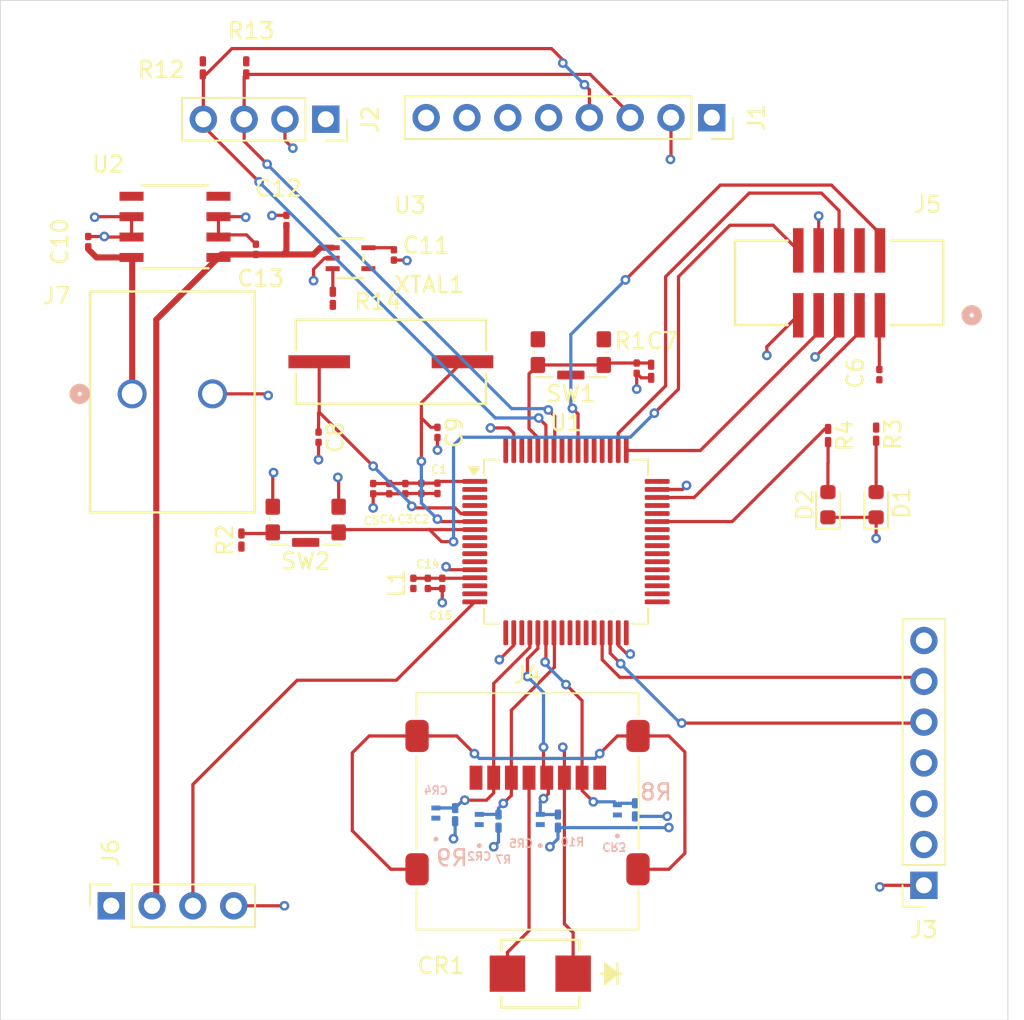
<source format=kicad_pcb>
(kicad_pcb (version 20240108) (generator "pcbnew") (generator_version "8.0")
  (layers (0 "F.Cu" signal) (31 "B.Cu" signal) (34 "B.Paste" user) (35 "F.Paste" user) (36 "B.SilkS" user "B.Silkscreen") (37 "F.SilkS" user "F.Silkscreen") (38 "B.Mask" user) (39 "F.Mask" user) (44 "Edge.Cuts" user))
  (net 0 "")
  (net 1 "Net-(J5-VTref)")
  (net 2 "/BOOT0")
  (net 3 "/OSC_IN")
  (net 4 "/OSC_OUT")
  (net 5 "/MOSI")
  (net 6 "/MISO")
  (net 7 "/CS")
  (net 8 "/SCK")
  (net 9 "Net-(D1-A)")
  (net 10 "Net-(D2-A)")
  (net 11 "/SDA")
  (net 13 "/SCL")
  (net 16 "/RX")
  (net 17 "/TX")
  (net 21 "unconnected-(J4-SHIELD-Pad9)")
  (net 24 "/TDI")
  (net 25 "/NRST")
  (net 26 "/TMS")
  (net 28 "/TDO")
  (net 29 "/TCK")
  (net 30 "/PRESSURE_OUT")
  (net 32 "/GPIO_LED")
  (net 33 "Net-(U3-EN)")
  (net 72 "+3.3V")
  (net 73 "+3.3VA")
  (net 74 "+VDC")
  (net 75 "+5V")
  (net 76 "GND")
  (footprint "LED_SMD:LED_0603_1608Metric" (layer "F.Cu") (at 157.3 68.2 90)
    (property "Reference" "D1")
    (property "Value" "LED" (hide yes))
  )
  (footprint "Package_QFP:LQFP-64_10x10mm_P0.5mm" (layer "F.Cu") (at 138 70.5)
    (property "Reference" "U1")
    (property "Value" "STM32L476RGTx" (hide yes))
  )
  (footprint "Capacitor_SMD:C_0201_0603Metric" (layer "F.Cu") (at 118.7 52.3 -90)
    (property "Reference" "C13")
    (property "Value" "100nF" (hide yes))
  )
  (footprint "Resistor_SMD:R_0201_0603Metric_Pad0.64x0.40mm_HandSolder" (layer "F.Cu") (at 143.3 59.8925 90)
    (property "Reference" "R1")
    (property "Value" "10k" (hide yes))
  )
  (footprint "Capacitor_SMD:C_0201_0603Metric" (layer "F.Cu") (at 129.4 73.1 -90)
    (property "Reference" "C14")
    (property "Value" "1uF" (hide yes))
  )
  (footprint "Capacitor_SMD:C_0201_0603Metric" (layer "F.Cu") (at 129 67.18 -90)
    (property "Reference" "C2")
    (property "Value" "100nF" (hide yes))
  )
  (footprint "Capacitor_SMD:C_0201_0603Metric" (layer "F.Cu") (at 120.6 50.5 90)
    (property "Reference" "C12")
    (property "Value" "1uF" (hide yes))
  )
  (footprint "Inductor_SMD:L_0201_0603Metric" (layer "F.Cu") (at 128.5 73.1 90)
    (property "Reference" "L1")
    (property "Value" "3.3uh" (hide yes))
  )
  (footprint "Resistor_SMD:R_0201_0603Metric_Pad0.64x0.40mm_HandSolder" (layer "F.Cu") (at 157.3 63.8075 -90)
    (property "Reference" "R3")
    (property "Value" "220" (hide yes))
  )
  (footprint "Capacitor_SMD:C_0201_0603Metric" (layer "F.Cu") (at 127 67.2 -90)
    (property "Reference" "C4")
    (property "Value" "100nF" (hide yes))
  )
  (footprint "Capacitor_SMD:C_0201_0603Metric" (layer "F.Cu") (at 130.3 73.1 -90)
    (property "Reference" "C15")
    (property "Value" "10uf" (hide yes))
  )
  (footprint "Connector_PinSocket_2.54mm:PinSocket_1x07_P2.54mm_Vertical" (layer "F.Cu") (at 160.275 91.9 180)
    (property "Reference" "J3")
    (property "Value" "Conn_01x07_Pin")
  )
  (footprint "MIC5365-3.3YC5-TR:SC-70_C5_MCH" (layer "F.Cu") (at 124.58875 52.849999)
    (property "Reference" "U3")
    (property "Value" "MIC5365-3.3YC5-TR" (hide yes))
  )
  (footprint "SMLVT3V3:SMB_STM" (layer "F.Cu") (at 136.4 97.4 180)
    (property "Reference" "CR1")
    (property "Value" "SMLVT3V3" (hide yes))
  )
  (footprint "LED_SMD:LED_0603_1608Metric" (layer "F.Cu") (at 154.3 68.2 90)
    (property "Reference" "D2")
    (property "Value" "LED" (hide yes))
  )
  (footprint "1987724:CONN_1987724_PXC" (layer "F.Cu") (at 111 61.3)
    (property "Reference" "J7")
    (property "Value" "1987724" (hide yes))
  )
  (footprint "Capacitor_SMD:C_0201_0603Metric" (layer "F.Cu") (at 127.28875 52.649999 90)
    (property "Reference" "C11")
    (property "Value" "1uF" (hide yes))
  )
  (footprint "3221_10_0300_00:CONN10_3221-10-0300-00_CNC" (layer "F.Cu") (at 154.9951 54.38725 180)
    (property "Reference" "J5")
    (property "Value" "Conn_ARM_JTAG_SWD_10" (hide yes))
  )
  (footprint "Connector_Card:microSD_HC_Molex_47219-2001" (layer "F.Cu") (at 135.605 87.3)
    (property "Reference" "J4")
    (property "Value" "Micro_SD_Card" (hide yes))
  )
  (footprint "Button_Switch_SMD:SW_SPST_CK_KMS2xxGP" (layer "F.Cu") (at 121.8 69.125 180)
    (property "Reference" "SW2")
    (property "Value" "CK_KMS2xxG" (hide yes))
  )
  (footprint "Resistor_SMD:R_0201_0603Metric_Pad0.64x0.40mm_HandSolder" (layer "F.Cu") (at 115.4 41 90)
    (property "Reference" "R13")
    (property "Value" "4.7K" (hide yes))
  )
  (footprint "Capacitor_SMD:C_0201_0603Metric" (layer "F.Cu") (at 126 67.2 -90)
    (property "Reference" "C5")
    (property "Value" "100nF" (hide yes))
  )
  (footprint "Connector_PinSocket_2.54mm:PinSocket_1x08_P2.54mm_Vertical" (layer "F.Cu") (at 147.075 44.1 -90)
    (property "Reference" "J1")
    (property "Value" "Conn_01x08_Pin")
  )
  (footprint "Connector_PinSocket_2.54mm:PinSocket_1x04_P2.54mm_Vertical" (layer "F.Cu") (at 109.7 93.175 90)
    (property "Reference" "J6")
    (property "Value" "Conn_01x04_Pin")
  )
  (footprint "Capacitor_SMD:C_0201_0603Metric" (layer "F.Cu") (at 130 63.7 -90)
    (property "Reference" "C9")
    (property "Value" "18pF" (hide yes))
  )
  (footprint "MC78L05ACDR2G:SOIC8_ONS" (layer "F.Cu") (at 113.6666 50.9 180)
    (property "Reference" "U2")
    (property "Value" "MC78L05ACDR2G" (hide yes))
  )
  (footprint "Capacitor_SMD:C_0201_0603Metric" (layer "F.Cu") (at 142.4 59.7 -90)
    (property "Reference" "C7")
    (property "Value" "100nF" (hide yes))
  )
  (footprint "Button_Switch_SMD:SW_SPST_CK_KMS2xxGP" (layer "F.Cu") (at 138.3 58.7 180)
    (property "Reference" "SW1")
    (property "Value" "CK_KMS2xxG" (hide yes))
  )
  (footprint "Capacitor_SMD:C_0201_0603Metric" (layer "F.Cu") (at 122.6 64 -90)
    (property "Reference" "C8")
    (property "Value" "18pF" (hide yes))
  )
  (footprint "Capacitor_SMD:C_0201_0603Metric" (layer "F.Cu") (at 130 67.18 -90)
    (property "Reference" "C1")
    (property "Value" "100nF" (hide yes))
  )
  (footprint "Capacitor_SMD:C_0201_0603Metric" (layer "F.Cu") (at 108.2666 51.82 90)
    (property "Reference" "C10")
    (property "Value" "0.33uf" (hide yes))
  )
  (footprint "Resistor_SMD:R_0201_0603Metric_Pad0.64x0.40mm_HandSolder" (layer "F.Cu") (at 118.1 41 90)
    (property "Reference" "R12")
    (property "Value" "4.7K" (hide yes))
  )
  (footprint "ABLS-8.000MHZ-K4T:CRYSTAL_ABLS-8.000MHZ-K4T_ABR" (layer "F.Cu") (at 127.1 59.3)
    (property "Reference" "XTAL1")
    (property "Value" "ABLS-8.000MHZ-K4T" (hide yes))
  )
  (footprint "Resistor_SMD:R_0201_0603Metric_Pad0.64x0.40mm_HandSolder" (layer "F.Cu") (at 123.48875 55.349999 -90)
    (property "Reference" "R14")
    (property "Value" "10k" (hide yes))
  )
  (footprint "Capacitor_SMD:C_0201_0603Metric" (layer "F.Cu") (at 128 67.2 -90)
    (property "Reference" "C3")
    (property "Value" "100nF" (hide yes))
  )
  (footprint "Resistor_SMD:R_0201_0603Metric_Pad0.64x0.40mm_HandSolder" (layer "F.Cu") (at 117.8 70.4 90)
    (property "Reference" "R2")
    (property "Value" "10k")
  )
  (footprint "Resistor_SMD:R_0201_0603Metric_Pad0.64x0.40mm_HandSolder" (layer "F.Cu") (at 154.31 63.8925 -90)
    (property "Reference" "R4")
    (property "Value" "220" (hide yes))
  )
  (footprint "Capacitor_SMD:C_0201_0603Metric" (layer "F.Cu") (at 157.5 60.1 90)
    (property "Reference" "C6")
    (property "Value" "100nF" (hide yes))
  )
  (footprint "Connector_PinSocket_2.54mm:PinSocket_1x04_P2.54mm_Vertical" (layer "F.Cu") (at 123.05 44.2 -90)
    (property "Reference" "J2")
    (property "Value" "Conn_01x04_Pin")
  )
  (footprint "Resistor_SMD:R_0201_0603Metric_Pad0.64x0.40mm_HandSolder" (layer "B.Cu") (at 133.8 87.9 -90)
    (property "Reference" "R7")
    (property "Value" "10k" (hide yes))
  )
  (footprint "PESD5V0S1UL,315:DFN1006-2_SOD882_NEX" (layer "B.Cu") (at 141.2 87.2 90)
    (property "Reference" "CR3")
    (property "Value" "PESD5V0S1UL_315" (hide yes))
  )
  (footprint "Resistor_SMD:R_0201_0603Metric_Pad0.64x0.40mm_HandSolder" (layer "B.Cu") (at 137.5 87.9 -90)
    (property "Reference" "R10")
    (property "Value" "10k" (hide yes))
  )
  (footprint "PESD5V0S1UL,315:DFN1006-2_SOD882_NEX" (layer "B.Cu") (at 136.4 87.8 90)
    (property "Reference" "CR5")
    (property "Value" "PESD5V0S1UL_315" (hide yes))
  )
  (footprint "Resistor_SMD:R_0201_0603Metric_Pad0.64x0.40mm_HandSolder" (layer "B.Cu") (at 142.3 87.2 -90)
    (property "Reference" "R8")
    (property "Value" "10k" (hide yes))
  )
  (footprint "PESD5V0S1UL,315:DFN1006-2_SOD882_NEX" (layer "B.Cu") (at 132.6 87.8 90)
    (property "Reference" "CR2")
    (property "Value" "PESD5V0S1UL_315" (hide yes))
  )
  (footprint "PESD5V0S1UL,315:DFN1006-2_SOD882_NEX" (layer "B.Cu") (at 129.9 87.4 90)
    (property "Reference" "CR4")
    (property "Value" "PESD5V0S1UL_315" (hide yes))
  )
  (footprint "Resistor_SMD:R_0201_0603Metric_Pad0.64x0.40mm_HandSolder" (layer "B.Cu") (at 131.1 87.5 -90)
    (property "Reference" "R9")
    (property "Value" "10k")
  )
  (gr_rect (start 102.8 36.8) (end 165.5 100.3) (stroke (width 0.05)) (fill none) (layer "Edge.Cuts"))
  (segment (start 157.5 59.78) (end 157.5 56.442348) (width 0.2) (layer "F.Cu") (net 1))
  (segment (start 157.5 56.442348) (end 157.5351 56.407248) (width 0.2) (layer "F.Cu") (net 1))
  (segment (start 140.35 59.5) (end 140.47 59.38) (width 0.2) (layer "F.Cu") (net 2))
  (segment (start 136.25 59.5) (end 140.35 59.5) (width 0.2) (layer "F.Cu") (net 2))
  (segment (start 136.25 64.01759) (end 136.25 64.825) (width 0.2) (layer "F.Cu") (net 2))
  (segment (start 135.7 60.05) (end 135.7 63.46759) (width 0.2) (layer "F.Cu") (net 2))
  (segment (start 136.25 59.5) (end 135.7 60.05) (width 0.2) (layer "F.Cu") (net 2))
  (segment (start 140.47 59.38) (end 142.4 59.38) (width 0.2) (layer "F.Cu") (net 2))
  (segment (start 135.7 63.46759) (end 136.25 64.01759) (width 0.2) (layer "F.Cu") (net 2))
  (segment (start 143.195 59.38) (end 143.3 59.485) (width 0.2) (layer "F.Cu") (net 2))
  (segment (start 142.4 59.38) (end 143.195 59.38) (width 0.2) (layer "F.Cu") (net 2))
  (segment (start 131.451544 68.75) (end 132.325 68.75) (width 0.2) (layer "F.Cu") (net 3))
  (segment (start 122.6423 62.4423) (end 126 65.8) (width 0.2) (layer "F.Cu") (net 3))
  (segment (start 122.6 62.4846) (end 122.6423 62.4423) (width 0.2) (layer "F.Cu") (net 3))
  (segment (start 131.101544 68.4) (end 131.451544 68.75) (width 0.2) (layer "F.Cu") (net 3))
  (segment (start 128.5 68.4) (end 131.101544 68.4) (width 0.2) (layer "F.Cu") (net 3))
  (segment (start 122.6 63.68) (end 122.6 62.4846) (width 0.2) (layer "F.Cu") (net 3))
  (segment (start 122.6423 59.3) (end 122.6423 62.4423) (width 0.2) (layer "F.Cu") (net 3))
  (segment (start 128.4 68.3) (end 128.5 68.4) (width 0.2) (layer "F.Cu") (net 3))
  (via (at 126 65.8) (size 0.6) (drill 0.3) (layers "F.Cu" "B.Cu") (net 3))
  (via (at 128.4 68.3) (size 0.6) (drill 0.3) (layers "F.Cu" "B.Cu") (net 3))
  (segment (start 126 65.8) (end 128.4 68.2) (width 0.2) (layer "B.Cu") (net 3))
  (segment (start 128.4 68.3) (end 128.5 68.4) (width 0.2) (layer "B.Cu") (net 3))
  (segment (start 128.4 68.2) (end 128.4 68.3) (width 0.2) (layer "B.Cu") (net 3))
  (segment (start 129 62.8) (end 129 65.5) (width 0.2) (layer "F.Cu") (net 4))
  (segment (start 131.5577 59.3) (end 129 61.8577) (width 0.2) (layer "F.Cu") (net 4))
  (segment (start 129 61.8577) (end 129 62) (width 0.2) (layer "F.Cu") (net 4))
  (segment (start 129.58 63.38) (end 129 62.8) (width 0.2) (layer "F.Cu") (net 4))
  (segment (start 130 69.1) (end 130.15 69.25) (width 0.2) (layer "F.Cu") (net 4))
  (segment (start 130.15 69.25) (end 132.325 69.25) (width 0.2) (layer "F.Cu") (net 4))
  (segment (start 130 63.38) (end 129.58 63.38) (width 0.2) (layer "F.Cu") (net 4))
  (segment (start 129 62) (end 129 62.8) (width 0.2) (layer "F.Cu") (net 4))
  (via (at 129 65.5) (size 0.6) (drill 0.3) (layers "F.Cu" "B.Cu") (net 4))
  (via (at 130 69.1) (size 0.6) (drill 0.3) (layers "F.Cu" "B.Cu") (net 4))
  (segment (start 129 68.1) (end 130 69.1) (width 0.2) (layer "B.Cu") (net 4))
  (segment (start 129 65.5) (end 129 68.1) (width 0.2) (layer "B.Cu") (net 4))
  (segment (start 137.28 76.205) (end 137.25 76.175) (width 0.2) (layer "F.Cu") (net 5))
  (segment (start 134.1 86.8) (end 134.6 86.3) (width 0.2) (layer "F.Cu") (net 5))
  (segment (start 134.6 86.3) (end 134.6 85.2) (width 0.2) (layer "F.Cu") (net 5))
  (segment (start 134.6 85.2) (end 134.6 81) (width 0.2) (layer "F.Cu") (net 5))
  (segment (start 134.6 81) (end 137.28 78.32) (width 0.2) (layer "F.Cu") (net 5))
  (segment (start 137.28 78.32) (end 137.28 76.205) (width 0.2) (layer "F.Cu") (net 5))
  (via (at 134.1 86.8) (size 0.6) (drill 0.3) (layers "F.Cu" "B.Cu") (net 5))
  (segment (start 133.8 87.1) (end 134.1 86.8) (width 0.2) (layer "B.Cu") (net 5))
  (segment (start 132.6 87.4825) (end 133.79 87.4825) (width 0.2) (layer "B.Cu") (net 5))
  (segment (start 133.79 87.4825) (end 133.8 87.4925) (width 0.2) (layer "B.Cu") (net 5))
  (segment (start 133.8 87.4925) (end 133.8 87.1) (width 0.2) (layer "B.Cu") (net 5))
  (segment (start 136.75 77.85) (end 136.75 76.175) (width 0.2) (layer "F.Cu") (net 6))
  (segment (start 139 85.2) (end 139 80.4) (width 0.2) (layer "F.Cu") (net 6))
  (segment (start 139.7 86.7) (end 139 86) (width 0.2) (layer "F.Cu") (net 6))
  (segment (start 139 80.4) (end 138 79.4) (width 0.2) (layer "F.Cu") (net 6))
  (segment (start 139 86) (end 139 85.2) (width 0.2) (layer "F.Cu") (net 6))
  (via (at 136.7 78) (size 0.6) (drill 0.3) (layers "F.Cu" "B.Cu") (net 6))
  (via (at 139.7 86.7) (size 0.6) (drill 0.3) (layers "F.Cu" "B.Cu") (net 6))
  (via (at 138 79.4) (size 0.6) (drill 0.3) (layers "F.Cu" "B.Cu") (net 6))
  (segment (start 139.7 86.7) (end 141.0175 86.7) (width 0.2) (layer "B.Cu") (net 6))
  (segment (start 138 79.4) (end 136.8 78.2) (width 0.2) (layer "B.Cu") (net 6))
  (segment (start 141.29 86.7925) (end 141.2 86.8825) (width 0.2) (layer "B.Cu") (net 6))
  (segment (start 142.3 86.7925) (end 141.29 86.7925) (width 0.2) (layer "B.Cu") (net 6))
  (segment (start 141.0175 86.7) (end 141.2 86.8825) (width 0.2) (layer "B.Cu") (net 6))
  (segment (start 133.05 86.6) (end 133.5 86.15) (width 0.2) (layer "F.Cu") (net 7))
  (segment (start 131.7 86.6) (end 133.05 86.6) (width 0.2) (layer "F.Cu") (net 7))
  (segment (start 133.5 86.15) (end 133.5 85.2) (width 0.2) (layer "F.Cu") (net 7))
  (segment (start 135.75 77.08241) (end 133.5 79.33241) (width 0.2) (layer "F.Cu") (net 7))
  (segment (start 133.5 79.33241) (end 133.5 85.2) (width 0.2) (layer "F.Cu") (net 7))
  (segment (start 135.75 76.175) (end 135.75 77.08241) (width 0.2) (layer "F.Cu") (net 7))
  (via (at 131.7 86.6) (size 0.6) (drill 0.3) (layers "F.Cu" "B.Cu") (net 7))
  (segment (start 131.1 87.0925) (end 131.5925 86.6) (width 0.2) (layer "B.Cu") (net 7))
  (segment (start 131.09 87.0825) (end 131.1 87.0925) (width 0.2) (layer "B.Cu") (net 7))
  (segment (start 131.5925 86.6) (end 131.7 86.6) (width 0.2) (layer "B.Cu") (net 7))
  (segment (start 131.7 86.6) (end 131.8 86.6) (width 0.2) (layer "B.Cu") (net 7))
  (segment (start 129.9 87.0825) (end 131.09 87.0825) (width 0.2) (layer "B.Cu") (net 7))
  (segment (start 136.6 86.5) (end 136.9 86.2) (width 0.2) (layer "F.Cu") (net 8))
  (segment (start 136.9 85.3) (end 136.8 85.2) (width 0.2) (layer "F.Cu") (net 8))
  (segment (start 135.6 77.8) (end 136.25 77.15) (width 0.2) (layer "F.Cu") (net 8))
  (segment (start 136.9 86.2) (end 136.9 85.3) (width 0.2) (layer "F.Cu") (net 8))
  (segment (start 136.6 85) (end 136.6 83.3) (width 0.2) (layer "F.Cu") (net 8))
  (segment (start 135.6 78.9) (end 135.6 77.8) (width 0.2) (layer "F.Cu") (net 8))
  (segment (start 136.25 77.15) (end 136.25 76.175) (width 0.2) (layer "F.Cu") (net 8))
  (via (at 136.6 86.5) (size 0.6) (drill 0.3) (layers "F.Cu" "B.Cu") (net 8))
  (via (at 135.6 78.9) (size 0.6) (drill 0.3) (layers "F.Cu" "B.Cu") (net 8))
  (via (at 136.6 83.3) (size 0.6) (drill 0.3) (layers "F.Cu" "B.Cu") (net 8))
  (segment (start 137.5 87.4925) (end 136.41 87.4925) (width 0.2) (layer "B.Cu") (net 8))
  (segment (start 136.6 79.9) (end 136.6 83.3) (width 0.2) (layer "B.Cu") (net 8))
  (segment (start 136.41 87.4925) (end 136.4 87.4825) (width 0.2) (layer "B.Cu") (net 8))
  (segment (start 136.4 86.7) (end 136.6 86.5) (width 0.2) (layer "B.Cu") (net 8))
  (segment (start 136.4 87.4825) (end 136.4 86.7) (width 0.2) (layer "B.Cu") (net 8))
  (segment (start 135.6 78.9) (end 136.6 79.9) (width 0.2) (layer "B.Cu") (net 8))
  (segment (start 157.3 67.4125) (end 157.3 64.215) (width 0.2) (layer "F.Cu") (net 9))
  (segment (start 154.3 65.61) (end 154.31 65.6) (width 0.2) (layer "F.Cu") (net 10))
  (segment (start 154.31 65.6) (end 154.31 64.3) (width 0.2) (layer "F.Cu") (net 10))
  (segment (start 154.3 67.4125) (end 154.3 65.61) (width 0.2) (layer "F.Cu") (net 10))
  (segment (start 118.9 48.1) (end 115.43 44.63) (width 0.2) (layer "F.Cu") (net 11))
  (segment (start 117.207499 39.8) (end 137 39.8) (width 0.2) (layer "F.Cu") (net 11))
  (segment (start 115.599999 41.4075) (end 117.207499 39.8) (width 0.2) (layer "F.Cu") (net 11))
  (segment (start 137.1 39.8) (end 136.9 39.8) (width 0.2) (layer "F.Cu") (net 11))
  (segment (start 115.43 44.2) (end 115.43 41.4375) (width 0.2) (layer "F.Cu") (net 11))
  (segment (start 136.75 63.25) (end 136.75 64.825) (width 0.2) (layer "F.Cu") (net 11))
  (segment (start 115.43 41.4375) (end 115.4 41.4075) (width 0.2) (layer "F.Cu") (net 11))
  (segment (start 139.15 42.05) (end 139.1 42) (width 0.2) (layer "F.Cu") (net 11))
  (segment (start 139.455 44.1) (end 139.455 42.355) (width 0.2) (layer "F.Cu") (net 11))
  (segment (start 136.3 62.8) (end 136.75 63.25) (width 0.2) (layer "F.Cu") (net 11))
  (segment (start 139.455 42.355) (end 139.15 42.05) (width 0.2) (layer "F.Cu") (net 11))
  (segment (start 115.43 44.63) (end 115.43 44.2) (width 0.2) (layer "F.Cu") (net 11))
  (segment (start 115.4 41.4075) (end 115.599999 41.4075) (width 0.2) (layer "F.Cu") (net 11))
  (segment (start 137.8 40.5) (end 137.1 39.8) (width 0.2) (layer "F.Cu") (net 11))
  (segment (start 137.8 40.7) (end 137.8 40.5) (width 0.2) (layer "F.Cu") (net 11))
  (via (at 136.3 62.8) (size 0.6) (drill 0.3) (layers "F.Cu" "B.Cu") (net 11))
  (via (at 139.15 42.05) (size 0.6) (drill 0.3) (layers "F.Cu" "B.Cu") (net 11))
  (via (at 137.8 40.7) (size 0.6) (drill 0.3) (layers "F.Cu" "B.Cu") (net 11))
  (via (at 118.9 48.1) (size 0.6) (drill 0.3) (layers "F.Cu" "B.Cu") (net 11))
  (segment (start 139.15 42.05) (end 137.8 40.7) (width 0.2) (layer "B.Cu") (net 11))
  (segment (start 136.3 62.8) (end 133.6 62.8) (width 0.2) (layer "B.Cu") (net 11))
  (segment (start 133.6 62.8) (end 118.9 48.1) (width 0.2) (layer "B.Cu") (net 11))
  (segment (start 139.5075 41.4075) (end 141.995 43.895) (width 0.2) (layer "F.Cu") (net 13))
  (segment (start 117.97 44.2) (end 117.97 41.5375) (width 0.2) (layer "F.Cu") (net 13))
  (segment (start 141.995 43.895) (end 141.995 44.1) (width 0.2) (layer "F.Cu") (net 13))
  (segment (start 137.3 62.7) (end 137.3 64.6) (width 0.2) (layer "F.Cu") (net 13))
  (segment (start 118.1 41.4075) (end 139.5075 41.4075) (width 0.2) (layer "F.Cu") (net 13))
  (segment (start 136.9 62.3) (end 137.3 62.7) (width 0.2) (layer "F.Cu") (net 13))
  (segment (start 117.97 45.57) (end 117.97 44.2) (width 0.2) (layer "F.Cu") (net 13))
  (segment (start 117.97 41.5375) (end 118.1 41.4075) (width 0.2) (layer "F.Cu") (net 13))
  (segment (start 119.4 47) (end 117.97 45.57) (width 0.2) (layer "F.Cu") (net 13))
  (via (at 119.4 47) (size 0.6) (drill 0.3) (layers "F.Cu" "B.Cu") (net 13))
  (via (at 136.9 62.3) (size 0.6) (drill 0.3) (layers "F.Cu" "B.Cu") (net 13))
  (segment (start 134.62 62.22) (end 119.4 47) (width 0.2) (layer "B.Cu") (net 13))
  (segment (start 136.82 62.22) (end 134.62 62.22) (width 0.2) (layer "B.Cu") (net 13))
  (segment (start 136.9 62.3) (end 136.82 62.22) (width 0.2) (layer "B.Cu") (net 13))
  (segment (start 160.215 81.8) (end 145.2 81.8) (width 0.2) (layer "F.Cu") (net 16))
  (segment (start 160.275 81.74) (end 160.215 81.8) (width 0.2) (layer "F.Cu") (net 16))
  (segment (start 140.75 77.45) (end 141.4 78.1) (width 0.2) (layer "F.Cu") (net 16))
  (segment (start 140.75 77.25) (end 140.75 77.45) (width 0.2) (layer "F.Cu") (net 16))
  (segment (start 140.75 76.175) (end 140.75 77.25) (width 0.2) (layer "F.Cu") (net 16))
  (via (at 145.2 81.8) (size 0.6) (drill 0.3) (layers "F.Cu" "B.Cu") (net 16))
  (via (at 141.4 78.1) (size 0.6) (drill 0.3) (layers "F.Cu" "B.Cu") (net 16))
  (segment (start 145.1 81.8) (end 145.2 81.8) (width 0.2) (layer "B.Cu") (net 16))
  (segment (start 141.4 78.1) (end 145.1 81.8) (width 0.2) (layer "B.Cu") (net 16))
  (segment (start 141.35 78.95) (end 160.025 78.95) (width 0.2) (layer "F.Cu") (net 17))
  (segment (start 159.825 78.75) (end 160.275 79.2) (width 0.2) (layer "F.Cu") (net 17))
  (segment (start 140.25 76.175) (end 140.25 77.85) (width 0.2) (layer "F.Cu") (net 17))
  (segment (start 140.25 77.85) (end 141.35 78.95) (width 0.2) (layer "F.Cu") (net 17))
  (segment (start 160.025 78.95) (end 160.275 79.2) (width 0.2) (layer "F.Cu") (net 17))
  (segment (start 131.2 82.6) (end 132.3 83.7) (width 0.2) (layer "F.Cu") (net 21))
  (segment (start 124.7 88.5) (end 124.7 83.65) (width 0.2) (layer "F.Cu") (net 21))
  (segment (start 128.73 90.9) (end 127.1 90.9) (width 0.2) (layer "F.Cu") (net 21))
  (segment (start 128.73 82.6) (end 131.2 82.6) (width 0.2) (layer "F.Cu") (net 21))
  (segment (start 145.4 89.9) (end 145.4 83.6) (width 0.2) (layer "F.Cu") (net 21))
  (segment (start 125.75 82.6) (end 128.73 82.6) (width 0.2) (layer "F.Cu") (net 21))
  (segment (start 142.48 90.9) (end 144.4 90.9) (width 0.2) (layer "F.Cu") (net 21))
  (segment (start 144.4 90.9) (end 145.4 89.9) (width 0.2) (layer "F.Cu") (net 21))
  (segment (start 124.7 83.65) (end 125.75 82.6) (width 0.2) (layer "F.Cu") (net 21))
  (segment (start 145.4 83.6) (end 144.4 82.6) (width 0.2) (layer "F.Cu") (net 21))
  (segment (start 144.4 82.6) (end 142.48 82.6) (width 0.2) (layer "F.Cu") (net 21))
  (segment (start 127.1 90.9) (end 124.7 88.5) (width 0.2) (layer "F.Cu") (net 21))
  (segment (start 141.2 82.6) (end 142.48 82.6) (width 0.2) (layer "F.Cu") (net 21))
  (segment (start 140.1 83.7) (end 141.2 82.6) (width 0.2) (layer "F.Cu") (net 21))
  (via (at 140.1 83.7) (size 0.6) (drill 0.3) (layers "F.Cu" "B.Cu") (net 21))
  (via (at 132.3 83.7) (size 0.6) (drill 0.3) (layers "F.Cu" "B.Cu") (net 21))
  (segment (start 139.8 84) (end 140.1 83.7) (width 0.2) (layer "B.Cu") (net 21))
  (segment (start 132.6 84) (end 139.8 84) (width 0.2) (layer "B.Cu") (net 21))
  (segment (start 132.3 83.7) (end 132.6 84) (width 0.2) (layer "B.Cu") (net 21))
  (segment (start 149.4 48.8) (end 144.2 54) (width 0.2) (layer "F.Cu") (net 24))
  (segment (start 154.9951 52.367252) (end 154.9951 49.8951) (width 0.2) (layer "F.Cu") (net 24))
  (segment (start 153.9 48.8) (end 149.4 48.8) (width 0.2) (layer "F.Cu") (net 24))
  (segment (start 141.25 63.75) (end 141.25 64.825) (width 0.2) (layer "F.Cu") (net 24))
  (segment (start 144.2 60.8) (end 141.25 63.75) (width 0.2) (layer "F.Cu") (net 24))
  (segment (start 144.2 54) (end 144.2 60.8) (width 0.2) (layer "F.Cu") (net 24))
  (segment (start 154.9951 49.8951) (end 153.9 48.8) (width 0.2) (layer "F.Cu") (net 24))
  (segment (start 150.887848 50.8) (end 152.4551 52.367252) (width 0.2) (layer "F.Cu") (net 25))
  (segment (start 124.025 69.75) (end 129.5 69.75) (width 0.2) (layer "F.Cu") (net 25))
  (segment (start 148.2 50.8) (end 150.887848 50.8) (width 0.2) (layer "F.Cu") (net 25))
  (segment (start 129.5 69.75) (end 132.325 69.75) (width 0.2) (layer "F.Cu") (net 25))
  (segment (start 119.6825 69.9925) (end 119.75 69.925) (width 0.2) (layer "F.Cu") (net 25))
  (segment (start 143.5 62.5) (end 145 61) (width 0.2) (layer "F.Cu") (net 25))
  (segment (start 145 61) (end 145 54) (width 0.2) (layer "F.Cu") (net 25))
  (segment (start 130.25 70.5) (end 129.5 69.75) (width 0.2) (layer "F.Cu") (net 25))
  (segment (start 131 70.5) (end 130.25 70.5) (width 0.2) (layer "F.Cu") (net 25))
  (segment (start 123.85 69.925) (end 124.025 69.75) (width 0.2) (layer "F.Cu") (net 25))
  (segment (start 119.75 69.925) (end 123.85 69.925) (width 0.2) (layer "F.Cu") (net 25))
  (segment (start 145 54) (end 148.2 50.8) (width 0.2) (layer "F.Cu") (net 25))
  (segment (start 117.8 69.9925) (end 119.6825 69.9925) (width 0.2) (layer "F.Cu") (net 25))
  (via (at 131 70.5) (size 0.6) (drill 0.3) (layers "F.Cu" "B.Cu") (net 25))
  (via (at 143.5 62.5) (size 0.6) (drill 0.3) (layers "F.Cu" "B.Cu") (net 25))
  (segment (start 143.5 62.5) (end 142 64) (width 0.2) (layer "B.Cu") (net 25))
  (segment (start 131 64.5) (end 131 70.5) (width 0.2) (layer "B.Cu") (net 25))
  (segment (start 142 64) (end 131.5 64) (width 0.2) (layer "B.Cu") (net 25))
  (segment (start 131.5 64) (end 131 64.5) (width 0.2) (layer "B.Cu") (net 25))
  (segment (start 156.2651 56.407248) (end 156.2651 57.461348) (width 0.2) (layer "F.Cu") (net 26))
  (segment (start 156.2651 57.461348) (end 145.976448 67.75) (width 0.2) (layer "F.Cu") (net 26))
  (segment (start 145.976448 67.75) (end 143.675 67.75) (width 0.2) (layer "F.Cu") (net 26))
  (segment (start 138.4 62.2) (end 138.75 62.55) (width 0.2) (layer "F.Cu") (net 28))
  (segment (start 141.7 54.2) (end 147.6 48.3) (width 0.2) (layer "F.Cu") (net 28))
  (segment (start 147.6 48.3) (end 154.521948 48.3) (width 0.2) (layer "F.Cu") (net 28))
  (segment (start 138.75 62.55) (end 138.75 64.825) (width 0.2) (layer "F.Cu") (net 28))
  (segment (start 157.5351 51.313152) (end 157.5351 52.367252) (width 0.2) (layer "F.Cu") (net 28))
  (segment (start 154.521948 48.3) (end 157.5351 51.313152) (width 0.2) (layer "F.Cu") (net 28))
  (via (at 141.7 54.2) (size 0.6) (drill 0.3) (layers "F.Cu" "B.Cu") (net 28))
  (via (at 138.4 62.2) (size 0.6) (drill 0.3) (layers "F.Cu" "B.Cu") (net 28))
  (segment (start 138.3 57.6) (end 141.745 54.155) (width 0.2) (layer "B.Cu") (net 28))
  (segment (start 138.4 62.2) (end 138.3 62.1) (width 0.2) (layer "B.Cu") (net 28))
  (segment (start 141.5 54.2) (end 141.7 54.2) (width 0.2) (layer "B.Cu") (net 28))
  (segment (start 138.3 62.1) (end 138.3 57.6) (width 0.2) (layer "B.Cu") (net 28))
  (segment (start 153.7251 56.407248) (end 153.7251 57.461348) (width 0.2) (layer "F.Cu") (net 29))
  (segment (start 153.7251 57.461348) (end 146.361448 64.825) (width 0.2) (layer "F.Cu") (net 29))
  (segment (start 146.361448 64.825) (end 141.75 64.825) (width 0.2) (layer "F.Cu") (net 29))
  (segment (start 114.78 93.175) (end 114.78 85.62) (width 0.2) (layer "F.Cu") (net 30))
  (segment (start 127.445 79.13) (end 132.325 74.25) (width 0.2) (layer "F.Cu") (net 30))
  (segment (start 121.27 79.13) (end 127.445 79.13) (width 0.2) (layer "F.Cu") (net 30))
  (segment (start 114.78 85.62) (end 121.27 79.13) (width 0.2) (layer "F.Cu") (net 30))
  (segment (start 154.31 63.485) (end 154.110001 63.485) (width 0.2) (layer "F.Cu") (net 32))
  (segment (start 148.345001 69.25) (end 143.675 69.25) (width 0.2) (layer "F.Cu") (net 32))
  (segment (start 154.110001 63.485) (end 148.345001 69.25) (width 0.2) (layer "F.Cu") (net 32))
  (segment (start 123.48875 53.511248) (end 123.4775 53.499998) (width 0.2) (layer "F.Cu") (net 33))
  (segment (start 123.48875 54.942499) (end 123.48875 53.511248) (width 0.2) (layer "F.Cu") (net 33))
  (segment (start 135.7 94.725) (end 135.7 85.2) (width 0.2) (layer "F.Cu") (net 72))
  (segment (start 135.7 85.2) (end 135.5 85.4) (width 0.2) (layer "F.Cu") (net 72))
  (segment (start 125.7 52.2) (end 127.158751 52.2) (width 0.2) (layer "F.Cu") (net 72))
  (segment (start 128.02 66.86) (end 128 66.88) (width 0.2) (layer "F.Cu") (net 72))
  (segment (start 130 66.86) (end 130.11 66.75) (width 0.2) (layer "F.Cu") (net 72))
  (segment (start 134.3553 96.0697) (end 135.7 94.725) (width 0.2) (layer "F.Cu") (net 72))
  (segment (start 129 66.86) (end 128.02 66.86) (width 0.2) (layer "F.Cu") (net 72))
  (segment (start 127 66.88) (end 126 66.88) (width 0.2) (layer "F.Cu") (net 72))
  (segment (start 130.11 66.75) (end 132.325 66.75) (width 0.2) (layer "F.Cu") (net 72))
  (segment (start 128 66.88) (end 127 66.88) (width 0.2) (layer "F.Cu") (net 72))
  (segment (start 134.3553 97.4) (end 134.3553 96.0697) (width 0.2) (layer "F.Cu") (net 72))
  (segment (start 127.158751 52.2) (end 127.28875 52.329999) (width 0.2) (layer "F.Cu") (net 72))
  (segment (start 130 66.86) (end 129 66.86) (width 0.2) (layer "F.Cu") (net 72))
  (via (at 144.4 88.3) (size 0.6) (drill 0.3) (layers "F.Cu" "B.Cu") (net 72))
  (via (at 131 89) (size 0.6) (drill 0.3) (layers "F.Cu" "B.Cu") (net 72))
  (via (at 137 89.5) (size 0.6) (drill 0.3) (layers "F.Cu" "B.Cu") (net 72))
  (via (at 144.3 87.6) (size 0.6) (drill 0.3) (layers "F.Cu" "B.Cu") (net 72))
  (via (at 133.5 89.5) (size 0.6) (drill 0.3) (layers "F.Cu" "B.Cu") (net 72))
  (segment (start 133.8 89.2) (end 133.5 89.5) (width 0.2) (layer "B.Cu") (net 72))
  (segment (start 131.1 88.9) (end 131 89) (width 0.2) (layer "B.Cu") (net 72))
  (segment (start 142.3 87.6075) (end 144.2925 87.6075) (width 0.2) (layer "B.Cu") (net 72))
  (segment (start 144.3925 88.3075) (end 144.4 88.3) (width 0.2) (layer "B.Cu") (net 72))
  (segment (start 131.1 87.9075) (end 131.1 88.9) (width 0.2) (layer "B.Cu") (net 72))
  (segment (start 137.5 89) (end 137 89.5) (width 0.2) (layer "B.Cu") (net 72))
  (segment (start 144.2925 87.6075) (end 144.3 87.6) (width 0.2) (layer "B.Cu") (net 72))
  (segment (start 137.5 88.3075) (end 144.3925 88.3075) (width 0.2) (layer "B.Cu") (net 72))
  (segment (start 133.8 88.3075) (end 133.8 89.2) (width 0.2) (layer "B.Cu") (net 72))
  (segment (start 137.5 88.3075) (end 137.5 89) (width 0.2) (layer "B.Cu") (net 72))
  (segment (start 128.5 72.78) (end 129.4 72.78) (width 0.2) (layer "F.Cu") (net 73))
  (segment (start 132.295 72.78) (end 132.325 72.75) (width 0.2) (layer "F.Cu") (net 73))
  (segment (start 130.3 72.78) (end 132.295 72.78) (width 0.2) (layer "F.Cu") (net 73))
  (segment (start 130.3 72.78) (end 129.4 72.78) (width 0.2) (layer "F.Cu") (net 73))
  (segment (start 108.7806 52.805) (end 108.2666 52.291) (width 0.381) (layer "F.Cu") (net 74))
  (segment (start 110.9615 52.805) (end 108.7806 52.805) (width 0.381) (layer "F.Cu") (net 74))
  (segment (start 111 52.8435) (end 110.9615 52.805) (width 0.508) (layer "F.Cu") (net 74))
  (segment (start 111 61.3) (end 111 52.8435) (width 0.381) (layer "F.Cu") (net 74))
  (segment (start 116.5567 52.62) (end 116.3717 52.805) (width 0.381) (layer "F.Cu") (net 75))
  (segment (start 120.4 52.62) (end 118.7 52.62) (width 0.381) (layer "F.Cu") (net 75))
  (segment (start 112.24 93.175) (end 112.5 92.915) (width 0.381) (layer "F.Cu") (net 75))
  (segment (start 123.4775 52.2) (end 122.7 52.2) (width 0.381) (layer "F.Cu") (net 75))
  (segment (start 112.5 92.915) (end 112.5 56.6767) (width 0.381) (layer "F.Cu") (net 75))
  (segment (start 120.6 52.42) (end 120.6 50.82) (width 0.381) (layer "F.Cu") (net 75))
  (segment (start 120.4 52.62) (end 120.6 52.42) (width 0.381) (layer "F.Cu") (net 75))
  (segment (start 122.7 52.2) (end 122.28 52.62) (width 0.381) (layer "F.Cu") (net 75))
  (segment (start 122.28 52.62) (end 120.4 52.62) (width 0.381) (layer "F.Cu") (net 75))
  (segment (start 118.7 52.62) (end 116.5567 52.62) (width 0.381) (layer "F.Cu") (net 75))
  (segment (start 112.5 56.6767) (end 116.3717 52.805) (width 0.381) (layer "F.Cu") (net 75))
  (segment (start 120.51 45.51) (end 121 46) (width 0.2) (layer "F.Cu") (net 76))
  (segment (start 117.32 93.175) (end 120.475 93.175) (width 0.2) (layer "F.Cu") (net 76))
  (segment (start 138.4447 97.4) (end 138.4447 94.8447) (width 0.2) (layer "F.Cu") (net 76))
  (segment (start 109.2666 51.5) (end 108.2666 51.5) (width 0.2) (layer "F.Cu") (net 76))
  (segment (start 133.3 63.42) (end 134.42 63.42) (width 0.2) (layer "F.Cu") (net 76))
  (segment (start 130.536801 72.065456) (end 130.721345 72.25) (width 0.2) (layer "F.Cu") (net 76))
  (segment (start 116.5067 51.4) (end 116.3717 51.535) (width 0.2) (layer "F.Cu") (net 76))
  (segment (start 152.4551 56.407248) (end 150.5 58.362348) (width 0.2) (layer "F.Cu") (net 76))
  (segment (start 116.3717 50.265) (end 118.0316 50.265) (width 0.2) (layer "F.Cu") (net 76))
  (segment (start 145.25 67.25) (end 145.5 67) (width 0.2) (layer "F.Cu") (net 76))
  (segment (start 108.7016 50.265) (end 108.6666 50.3) (width 0.2) (layer "F.Cu") (net 76))
  (segment (start 126 67.52) (end 126 68.4) (width 0.2) (layer "F.Cu") (net 76))
  (segment (start 128.069999 52.969999) (end 128.1 53) (width 0.2) (layer "F.Cu") (net 76))
  (segment (start 123.85 66.55) (end 123.8 66.5) (width 0.2) (layer "F.Cu") (net 76))
  (segment (start 119.3666 61.3) (end 119.4666 61.4) (width 0.2) (layer "F.Cu") (net 76))
  (segment (start 137.9 85.2) (end 137.9 83.4) (width 0.2) (layer "F.Cu") (net 76))
  (segment (start 142.4 60.02) (end 142.68 60.3) (width 0.2) (layer "F.Cu") (net 76))
  (segment (start 142.68 60.3) (end 143.3 60.3) (width 0.2) (layer "F.Cu") (net 76))
  (segment (start 120.6 50.18) (end 119.72 50.18) (width 0.2) (layer "F.Cu") (net 76))
  (segment (start 127 67.52) (end 126 67.52) (width 0.2) (layer "F.Cu") (net 76))
  (segment (start 150.5 58.362348) (end 150.5 58.9) (width 0.2) (layer "F.Cu") (net 76))
  (segment (start 141.795876 77.5) (end 141.25 76.954124) (width 0.2) (layer "F.Cu") (net 76))
  (segment (start 118.0316 50.265) (end 118.0666 50.3) (width 0.2) (layer "F.Cu") (net 76))
  (segment (start 110.9615 50.265) (end 108.7016 50.265) (width 0.2) (layer "F.Cu") (net 76))
  (segment (start 119.72 50.18) (end 119.7 50.2) (width 0.2) (layer "F.Cu") (net 76))
  (segment (start 142 77.5) (end 141.795876 77.5) (width 0.2) (layer "F.Cu") (net 76))
  (segment (start 134.75 63.75) (end 134.75 64.825) (width 0.2) (layer "F.Cu") (net 76))
  (segment (start 137.9 83.4) (end 137.8 83.3) (width 0.2) (layer "F.Cu") (net 76))
  (segment (start 122.976949 52.849999) (end 123.4775 52.849999) (width 0.2) (layer "F.Cu") (net 76))
  (segment (start 129 67.5) (end 128.02 67.5) (width 0.2) (layer "F.Cu") (net 76))
  (segment (start 142.4 60.02) (end 142.4 61) (width 0.2) (layer "F.Cu") (net 76))
  (segment (start 116 61.3) (end 119.3666 61.3) (width 0.2) (layer "F.Cu") (net 76))
  (segment (start 153.7251 52.367252) (end 153.7251 50.2251) (width 0.2) (layer "F.Cu") (net 76))
  (segment (start 120.51 44.2) (end 120.51 45.51) (width 0.2) (layer "F.Cu") (net 76))
  (segment (start 122.6 64.32) (end 122.6 65.4) (width 0.2) (layer "F.Cu") (net 76))
  (segment (start 134.42 63.42) (end 134.75 63.75) (width 0.2) (layer "F.Cu") (net 76))
  (segment (start 110.9615 50.265) (end 110.9615 51.535) (width 0.2) (layer "F.Cu") (net 76))
  (segment (start 109.3016 51.535) (end 109.2666 51.5) (width 0.2) (layer "F.Cu") (net 76))
  (segment (start 130 64.02) (end 130 64.8) (width 0.2) (layer "F.Cu") (net 76))
  (segment (start 130.721345 72.25) (end 132.325 72.25) (width 0.2) (layer "F.Cu") (net 76))
  (segment (start 154.9951 56.407248) (end 154.9951 57.5049) (width 0.2) (layer "F.Cu") (net 76))
  (segment (start 118.7 51.98) (end 118.12 51.4) (width 0.2) (layer "F.Cu") (net 76))
  (segment (start 133.852062 77.852062) (end 134.75 76.954124) (width 0.2) (layer "F.Cu") (net 76))
  (segment (start 157.3 68.9875) (end 157.3 70.3) (width 0.2) (layer "F.Cu") (net 76))
  (segment (start 144.535 46.665) (end 144.5 46.7) (width 0.2) (layer "F.Cu") (net 76))
  (segment (start 143.675 67.25) (end 145.25 67.25) (width 0.2) (layer "F.Cu") (net 76))
  (segment (start 130 67.5) (end 129 67.5) (width 0.2) (layer "F.Cu") (net 76))
  (segment (start 116.3717 51.535) (end 116.3717 50.265) (width 0.2) (layer "F.Cu") (net 76))
  (segment (start 154.3 68.9875) (end 157.3 68.9875) (width 0.2) (layer "F.Cu") (net 76))
  (segment (start 128 67.52) (end 127 67.52) (width 0.2) (layer "F.Cu") (net 76))
  (segment (start 130.3 73.42) (end 129.4 73.42) (width 0.2) (layer "F.Cu") (net 76))
  (segment (start 122.28875 53.538198) (end 122.976949 52.849999) (width 0.2) (layer "F.Cu") (net 76))
  (segment (start 157.525 92) (end 157.475 92.05) (width 0.2) (layer "F.Cu") (net 76))
  (segment (start 144.535 44.1) (end 144.535 46.665) (width 0.2) (layer "F.Cu") (net 76))
  (segment (start 141.25 76.954124) (end 141.25 76.175) (width 0.2) (layer "F.Cu") (net 76))
  (segment (start 122.28875 54.249999) (end 122.28875 53.538198) (width 0.2) (layer "F.Cu") (net 76))
  (segment (start 123.85 68.325) (end 123.85 66.55) (width 0.2) (layer "F.Cu") (net 76))
  (segment (start 138.4447 94.8447) (end 137.9 94.3) (width 0.2) (layer "F.Cu") (net 76))
  (segment (start 154.9951 57.5049) (end 153.5 59) (width 0.2) (layer "F.Cu") (net 76))
  (segment (start 127.28875 52.969999) (end 128.069999 52.969999) (width 0.2) (layer "F.Cu") (net 76))
  (segment (start 137.9 94.3) (end 137.9 85.2) (width 0.2) (layer "F.Cu") (net 76))
  (segment (start 110.9615 51.535) (end 109.3016 51.535) (width 0.2) (layer "F.Cu") (net 76))
  (segment (start 128.02 67.5) (end 128 67.52) (width 0.2) (layer "F.Cu") (net 76))
  (segment (start 119.75 66.25) (end 119.8 66.2) (width 0.2) (layer "F.Cu") (net 76))
  (segment (start 134.75 76.954124) (end 134.75 76.175) (width 0.2) (layer "F.Cu") (net 76))
  (segment (start 157.625 91.9) (end 157.525 92) (width 0.2) (layer "F.Cu") (net 76))
  (segment (start 130.3 73.42) (end 130.3 74.3) (width 0.2) (layer "F.Cu") (net 76))
  (segment (start 118.12 51.4) (end 116.5067 51.4) (width 0.2) (layer "F.Cu") (net 76))
  (segment (start 119.75 68.325) (end 119.75 66.25) (width 0.2) (layer "F.Cu") (net 76))
  (segment (start 160.275 91.9) (end 157.625 91.9) (width 0.2) (layer "F.Cu") (net 76))
  (via (at 122.6 65.4) (size 0.6) (drill 0.3) (layers "F.Cu" "B.Cu") (net 76))
  (via (at 120.475 93.175) (size 0.6) (drill 0.3) (layers "F.Cu" "B.Cu") (net 76))
  (via (at 121 46) (size 0.6) (drill 0.3) (layers "F.Cu" "B.Cu") (net 76))
  (via (at 144.5 46.7) (size 0.6) (drill 0.3) (layers "F.Cu" "B.Cu") (net 76))
  (via (at 142.4 61) (size 0.6) (drill 0.3) (layers "F.Cu" "B.Cu") (net 76))
  (via (at 153.5 59) (size 0.6) (drill 0.3) (layers "F.Cu" "B.Cu") (net 76))
  (via (at 122.28875 54.249999) (size 0.6) (drill 0.3) (layers "F.Cu" "B.Cu") (net 76))
  (via (at 118.0666 50.3) (size 0.6) (drill 0.3) (layers "F.Cu" "B.Cu") (net 76))
  (via (at 157.525 92) (size 0.6) (drill 0.3) (layers "F.Cu" "B.Cu") (net 76))
  (via (at 130.536801 72.065456) (size 0.6) (drill 0.3) (layers "F.Cu" "B.Cu") (net 76))
  (via (at 119.8 66.2) (size 0.6) (drill 0.3) (layers "F.Cu" "B.Cu") (net 76))
  (via (at 130 64.8) (size 0.6) (drill 0.3) (layers "F.Cu" "B.Cu") (net 76))
  (via (at 145.5 67) (size 0.6) (drill 0.3) (layers "F.Cu" "B.Cu") (net 76))
  (via (at 142 77.5) (size 0.6) (drill 0.3) (layers "F.Cu" "B.Cu") (net 76))
  (via (at 119.7 50.2) (size 0.6) (drill 0.3) (layers "F.Cu" "B.Cu") (net 76))
  (via (at 130.3 74.3) (size 0.6) (drill 0.3) (layers "F.Cu" "B.Cu") (net 76))
  (via (at 133.852062 77.852062) (size 0.6) (drill 0.3) (layers "F.Cu" "B.Cu") (net 76))
  (via (at 123.8 66.5) (size 0.6) (drill 0.3) (layers "F.Cu" "B.Cu") (net 76))
  (via (at 157.3 70.3) (size 0.6) (drill 0.3) (layers "F.Cu" "B.Cu") (net 76))
  (via (at 126 68.4) (size 0.6) (drill 0.3) (layers "F.Cu" "B.Cu") (net 76))
  (via (at 150.5 58.9) (size 0.6) (drill 0.3) (layers "F.Cu" "B.Cu") (net 76))
  (via (at 133.3 63.42) (size 0.6) (drill 0.3) (layers "F.Cu" "B.Cu") (net 76))
  (via (at 128.1 53) (size 0.6) (drill 0.3) (layers "F.Cu" "B.Cu") (net 76))
  (via (at 109.2666 51.5) (size 0.6) (drill 0.3) (layers "F.Cu" "B.Cu") (net 76))
  (via (at 137.8 83.3) (size 0.6) (drill 0.3) (layers "F.Cu" "B.Cu") (net 76))
  (via (at 108.6666 50.3) (size 0.6) (drill 0.3) (layers "F.Cu" "B.Cu") (net 76))
  (via (at 119.4666 61.4) (size 0.6) (drill 0.3) (layers "F.Cu" "B.Cu") (net 76))
  (via (at 153.7251 50.2251) (size 0.6) (drill 0.3) (layers "F.Cu" "B.Cu") (net 76))
)
</source>
